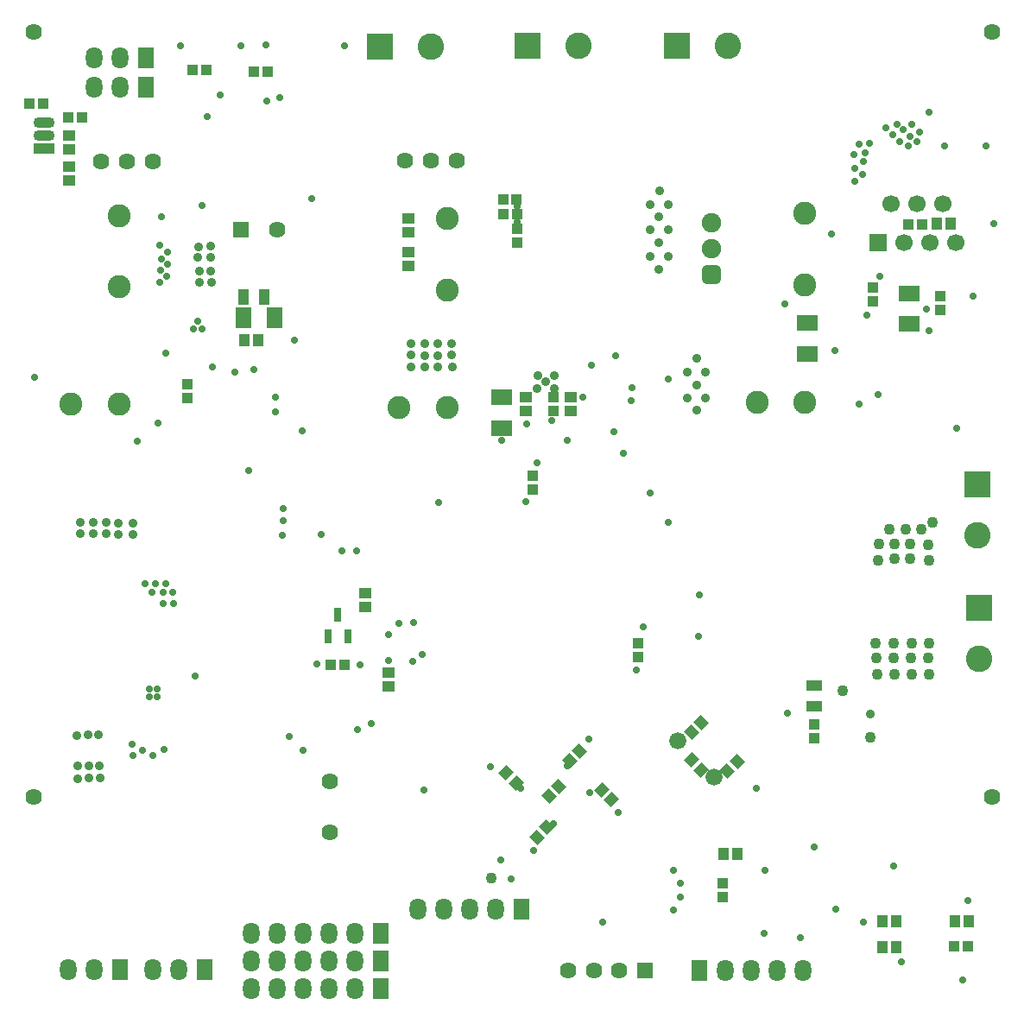
<source format=gbs>
G04*
G04 #@! TF.GenerationSoftware,Altium Limited,Altium Designer,20.0.2 (26)*
G04*
G04 Layer_Color=16711935*
%FSLAX25Y25*%
%MOIN*%
G70*
G01*
G75*
%ADD23R,0.04528X0.03937*%
%ADD24R,0.03937X0.04528*%
%ADD52R,0.04331X0.03937*%
%ADD53R,0.03937X0.04331*%
%ADD55R,0.06299X0.07874*%
%ADD58R,0.06194X0.04394*%
%ADD61C,0.06594*%
%ADD62C,0.02756*%
%ADD63R,0.06693X0.06693*%
%ADD64C,0.06693*%
%ADD65R,0.06394X0.08394*%
%ADD66O,0.06394X0.08394*%
%ADD67R,0.06394X0.06394*%
%ADD68C,0.06394*%
%ADD69C,0.08894*%
%ADD70C,0.07480*%
G04:AMPARAMS|DCode=71|XSize=74.8mil|YSize=74.8mil|CornerRadius=19.68mil|HoleSize=0mil|Usage=FLASHONLY|Rotation=90.000|XOffset=0mil|YOffset=0mil|HoleType=Round|Shape=RoundedRectangle|*
%AMROUNDEDRECTD71*
21,1,0.07480,0.03543,0,0,90.0*
21,1,0.03543,0.07480,0,0,90.0*
1,1,0.03937,0.01772,0.01772*
1,1,0.03937,0.01772,-0.01772*
1,1,0.03937,-0.01772,-0.01772*
1,1,0.03937,-0.01772,0.01772*
%
%ADD71ROUNDEDRECTD71*%
%ADD72R,0.08268X0.04331*%
%ADD73O,0.08268X0.04331*%
%ADD74C,0.10236*%
%ADD75R,0.10236X0.10236*%
%ADD76R,0.10236X0.10236*%
%ADD77C,0.04331*%
%ADD78C,0.03543*%
%ADD148R,0.02756X0.05512*%
G04:AMPARAMS|DCode=149|XSize=43.31mil|YSize=39.37mil|CornerRadius=0mil|HoleSize=0mil|Usage=FLASHONLY|Rotation=315.000|XOffset=0mil|YOffset=0mil|HoleType=Round|Shape=Rectangle|*
%AMROTATEDRECTD149*
4,1,4,-0.02923,0.00139,-0.00139,0.02923,0.02923,-0.00139,0.00139,-0.02923,-0.02923,0.00139,0.0*
%
%ADD149ROTATEDRECTD149*%

%ADD150R,0.04394X0.06194*%
G04:AMPARAMS|DCode=151|XSize=45.28mil|YSize=39.37mil|CornerRadius=0mil|HoleSize=0mil|Usage=FLASHONLY|Rotation=225.000|XOffset=0mil|YOffset=0mil|HoleType=Round|Shape=Rectangle|*
%AMROTATEDRECTD151*
4,1,4,0.00209,0.02993,0.02993,0.00209,-0.00209,-0.02993,-0.02993,-0.00209,0.00209,0.02993,0.0*
%
%ADD151ROTATEDRECTD151*%

%ADD152R,0.07874X0.06299*%
G04:AMPARAMS|DCode=153|XSize=43.31mil|YSize=39.37mil|CornerRadius=0mil|HoleSize=0mil|Usage=FLASHONLY|Rotation=45.000|XOffset=0mil|YOffset=0mil|HoleType=Round|Shape=Rectangle|*
%AMROTATEDRECTD153*
4,1,4,-0.00139,-0.02923,-0.02923,-0.00139,0.00139,0.02923,0.02923,0.00139,-0.00139,-0.02923,0.0*
%
%ADD153ROTATEDRECTD153*%

D23*
X144700Y-85043D02*
D03*
Y-90358D02*
D03*
X190237Y-140872D02*
D03*
Y-146187D02*
D03*
X128200Y-216742D02*
D03*
Y-222058D02*
D03*
X137300Y-252658D02*
D03*
Y-247342D02*
D03*
X207337Y-146287D02*
D03*
Y-140972D02*
D03*
X144700Y-71943D02*
D03*
Y-77258D02*
D03*
X13800Y-57358D02*
D03*
Y-52043D02*
D03*
Y-45257D02*
D03*
Y-39942D02*
D03*
D24*
X81542Y-118800D02*
D03*
X86857D02*
D03*
X354215Y-73800D02*
D03*
X348900D02*
D03*
X271957Y-317100D02*
D03*
X266642D02*
D03*
X333123Y-353400D02*
D03*
X327808D02*
D03*
X333258Y-343400D02*
D03*
X327942D02*
D03*
X361057D02*
D03*
X355743D02*
D03*
D52*
X301468Y-272699D02*
D03*
Y-267385D02*
D03*
X186800Y-81257D02*
D03*
Y-75942D02*
D03*
X200737Y-141072D02*
D03*
Y-146387D02*
D03*
X266000Y-328542D02*
D03*
Y-333857D02*
D03*
X59500Y-135774D02*
D03*
Y-141089D02*
D03*
X192900Y-171142D02*
D03*
Y-176458D02*
D03*
X324200Y-98453D02*
D03*
Y-103769D02*
D03*
X350100Y-107158D02*
D03*
Y-101842D02*
D03*
X233500Y-236042D02*
D03*
Y-241357D02*
D03*
D53*
X181342Y-70200D02*
D03*
X186658D02*
D03*
X181328Y-64600D02*
D03*
X186643D02*
D03*
X343158Y-74100D02*
D03*
X337842D02*
D03*
X355643Y-352800D02*
D03*
X360958D02*
D03*
X3858Y-27600D02*
D03*
X-1457D02*
D03*
X13643Y-33000D02*
D03*
X18958D02*
D03*
X61642Y-14700D02*
D03*
X66957D02*
D03*
X85043Y-15100D02*
D03*
X90358D02*
D03*
X120057Y-244100D02*
D03*
X114743D02*
D03*
D55*
X93006Y-110200D02*
D03*
X81195D02*
D03*
D58*
X301468Y-260385D02*
D03*
Y-252385D02*
D03*
D61*
X248758Y-273458D02*
D03*
X262900Y-287600D02*
D03*
D62*
X47772Y-256720D02*
D03*
Y-253720D02*
D03*
X44772D02*
D03*
Y-256720D02*
D03*
X282300Y-347800D02*
D03*
X296000Y-349700D02*
D03*
X256900Y-233400D02*
D03*
X235600Y-229700D02*
D03*
X257100Y-217400D02*
D03*
X279200Y-291800D02*
D03*
X301500Y-314700D02*
D03*
X188300Y-291900D02*
D03*
X200800Y-305600D02*
D03*
X206276Y-283129D02*
D03*
X245200Y-133800D02*
D03*
Y-189100D02*
D03*
X238300Y-178000D02*
D03*
X214800Y-293600D02*
D03*
X193300Y-315800D02*
D03*
X48100Y-151000D02*
D03*
X291300Y-262900D02*
D03*
X249800Y-328600D02*
D03*
Y-333900D02*
D03*
X282400Y-323600D02*
D03*
X176621Y-283621D02*
D03*
X225700Y-301400D02*
D03*
X309800Y-338600D02*
D03*
X130600Y-266900D02*
D03*
X358700Y-365800D02*
D03*
X214500Y-272800D02*
D03*
X332200Y-322000D02*
D03*
X335300Y-358800D02*
D03*
X360700Y-335300D02*
D03*
X125300Y-269300D02*
D03*
X184400Y-326900D02*
D03*
X247000Y-323500D02*
D03*
X247200Y-338900D02*
D03*
X180600Y-319600D02*
D03*
X219800Y-343500D02*
D03*
X320600Y-343700D02*
D03*
X150800Y-292500D02*
D03*
X96300Y-194300D02*
D03*
X146900Y-228000D02*
D03*
X137300Y-232500D02*
D03*
Y-242600D02*
D03*
X141100Y-228100D02*
D03*
X146500Y-242800D02*
D03*
X150200Y-240100D02*
D03*
X124900Y-200300D02*
D03*
X96400Y-184000D02*
D03*
X119200Y-200100D02*
D03*
X96400Y-188500D02*
D03*
X111300Y-194000D02*
D03*
X98700Y-271900D02*
D03*
X104300Y-277400D02*
D03*
X232900Y-246200D02*
D03*
X126000Y-244100D02*
D03*
X109400Y-243800D02*
D03*
X318700Y-143600D02*
D03*
X107600Y-64100D02*
D03*
X65200Y-66900D02*
D03*
X362700Y-101900D02*
D03*
X51100Y-124000D02*
D03*
X13800Y-39800D02*
D03*
X333500Y-35600D02*
D03*
X335800Y-37700D02*
D03*
X338500Y-40200D02*
D03*
X329300Y-36900D02*
D03*
X331800Y-39500D02*
D03*
X339200Y-35600D02*
D03*
X342000Y-38600D02*
D03*
X341300Y-42400D02*
D03*
X337700Y-43900D02*
D03*
X334400Y-42100D02*
D03*
X89700Y-5000D02*
D03*
X120100Y-5200D02*
D03*
X90000Y-26500D02*
D03*
X600Y-133300D02*
D03*
X95000Y-25100D02*
D03*
X80000Y-5300D02*
D03*
X72100Y-24100D02*
D03*
X56700Y-5100D02*
D03*
X67000Y-32700D02*
D03*
X230700Y-142400D02*
D03*
X230996Y-137125D02*
D03*
X227700Y-162500D02*
D03*
X326300Y-140000D02*
D03*
X356500Y-152800D02*
D03*
X321200Y-46600D02*
D03*
X322900Y-43000D02*
D03*
X318800Y-43400D02*
D03*
X316900Y-47300D02*
D03*
X320597Y-49891D02*
D03*
X317000Y-52500D02*
D03*
X320000Y-54900D02*
D03*
X317300Y-57600D02*
D03*
X54100Y-220700D02*
D03*
X50100Y-220600D02*
D03*
X53800Y-216200D02*
D03*
X50000Y-216400D02*
D03*
X45800D02*
D03*
X51000Y-212800D02*
D03*
X47000D02*
D03*
X43300Y-212900D02*
D03*
X50400Y-276800D02*
D03*
X46000Y-279300D02*
D03*
X42200Y-277100D02*
D03*
X38500Y-279400D02*
D03*
X38300Y-274900D02*
D03*
X290200Y-104900D02*
D03*
X156500Y-181700D02*
D03*
X103900Y-153900D02*
D03*
X345800Y-31000D02*
D03*
X344700Y-106800D02*
D03*
X345900Y-115200D02*
D03*
X308000Y-78000D02*
D03*
X370775Y-73925D02*
D03*
X309400Y-123000D02*
D03*
X298900Y-112294D02*
D03*
X351900Y-43800D02*
D03*
X367900D02*
D03*
X321900Y-109300D02*
D03*
X326800Y-94300D02*
D03*
X215500Y-128700D02*
D03*
X224900Y-125000D02*
D03*
X224300Y-154400D02*
D03*
X206100Y-157500D02*
D03*
X186721Y-67247D02*
D03*
Y-73153D02*
D03*
X190200Y-181100D02*
D03*
X194600Y-166100D02*
D03*
X190400Y-151200D02*
D03*
X212000Y-140900D02*
D03*
X200200Y-150000D02*
D03*
X180900Y-157500D02*
D03*
X62500Y-248600D02*
D03*
X49500Y-71300D02*
D03*
X51900Y-89700D02*
D03*
X49100Y-91800D02*
D03*
X48700Y-96700D02*
D03*
X51376Y-94300D02*
D03*
X49400Y-87600D02*
D03*
X51876Y-84800D02*
D03*
X48900Y-82200D02*
D03*
X77700Y-131100D02*
D03*
X85100Y-130300D02*
D03*
X93500Y-140800D02*
D03*
X93396Y-146675D02*
D03*
X83000Y-169300D02*
D03*
X40000Y-157800D02*
D03*
X69200Y-129100D02*
D03*
X63400Y-111600D02*
D03*
X65200Y-114700D02*
D03*
X61800Y-114600D02*
D03*
X100700Y-118800D02*
D03*
X80966Y-102300D02*
D03*
X89234Y-102300D02*
D03*
D63*
X326267Y-81124D02*
D03*
D64*
X331266Y-66124D02*
D03*
X336266Y-81124D02*
D03*
X341266Y-66124D02*
D03*
X346267Y-81124D02*
D03*
X351267Y-66124D02*
D03*
X356266Y-81124D02*
D03*
D65*
X43600Y-21400D02*
D03*
X43600Y-9900D02*
D03*
X257100Y-362200D02*
D03*
X188500Y-338600D02*
D03*
X134100Y-347900D02*
D03*
X134000Y-358600D02*
D03*
X134027Y-369300D02*
D03*
X66300Y-362000D02*
D03*
X33500Y-362000D02*
D03*
D66*
X33600Y-21400D02*
D03*
X23600D02*
D03*
X33600Y-9900D02*
D03*
X23600D02*
D03*
X297100Y-362200D02*
D03*
X287100D02*
D03*
X277100D02*
D03*
X267100D02*
D03*
X148500Y-338600D02*
D03*
X158500D02*
D03*
X168500D02*
D03*
X178500D02*
D03*
X124100Y-347900D02*
D03*
X114100D02*
D03*
X104100D02*
D03*
X94100D02*
D03*
X84100D02*
D03*
X124000Y-358600D02*
D03*
X114000D02*
D03*
X104000D02*
D03*
X94000D02*
D03*
X84000D02*
D03*
X124027Y-369300D02*
D03*
X114027D02*
D03*
X104027D02*
D03*
X94027D02*
D03*
X84027D02*
D03*
X46300Y-362000D02*
D03*
X56300D02*
D03*
X13500Y-362000D02*
D03*
X23500D02*
D03*
D67*
X236164Y-362300D02*
D03*
X80210Y-76301D02*
D03*
D68*
X226321Y-362300D02*
D03*
X216479D02*
D03*
X206636D02*
D03*
X114357Y-289258D02*
D03*
Y-308943D02*
D03*
X26100Y-49800D02*
D03*
X36100D02*
D03*
X46100D02*
D03*
X143600Y-49600D02*
D03*
X153600D02*
D03*
X163600D02*
D03*
X93989Y-76301D02*
D03*
X370079Y-295276D02*
D03*
X-0D02*
D03*
X370079Y0D02*
D03*
X-0D02*
D03*
D69*
X279348Y-142917D02*
D03*
X297852Y-70083D02*
D03*
Y-97642D02*
D03*
Y-142917D02*
D03*
X159800Y-144876D02*
D03*
Y-99600D02*
D03*
Y-72041D02*
D03*
X141296Y-144876D02*
D03*
X14548Y-143617D02*
D03*
X33052Y-70783D02*
D03*
Y-98342D02*
D03*
Y-143617D02*
D03*
D70*
X261700Y-73600D02*
D03*
Y-83600D02*
D03*
D71*
X261700Y-93600D02*
D03*
D72*
X4100Y-44900D02*
D03*
D73*
Y-39900D02*
D03*
Y-34900D02*
D03*
D74*
X365000Y-241843D02*
D03*
X364500Y-194343D02*
D03*
X268085Y-5100D02*
D03*
X210643Y-5300D02*
D03*
X153542Y-5500D02*
D03*
D75*
X365000Y-222158D02*
D03*
X364500Y-174657D02*
D03*
D76*
X248400Y-5100D02*
D03*
X190957Y-5300D02*
D03*
X133858Y-5500D02*
D03*
D77*
X176700Y-326600D02*
D03*
X347300Y-189100D02*
D03*
X345700Y-247800D02*
D03*
X345600Y-241500D02*
D03*
X345900Y-235800D02*
D03*
X325300D02*
D03*
X325600Y-241500D02*
D03*
X325900Y-247800D02*
D03*
X336700Y-192000D02*
D03*
X345700Y-203900D02*
D03*
X345500Y-197800D02*
D03*
X326400Y-197700D02*
D03*
X326100Y-203900D02*
D03*
X342700Y-191900D02*
D03*
X330500Y-192000D02*
D03*
X338600Y-197500D02*
D03*
X332600Y-197700D02*
D03*
X338600Y-203400D02*
D03*
X332500Y-203300D02*
D03*
X339100Y-247800D02*
D03*
X332500D02*
D03*
X338933Y-241500D02*
D03*
X332267D02*
D03*
X339033Y-235800D02*
D03*
X332167D02*
D03*
X323200Y-272200D02*
D03*
X312400Y-254200D02*
D03*
D78*
X197937Y-135029D02*
D03*
X201000Y-137700D02*
D03*
X194600Y-137600D02*
D03*
X201000Y-132500D02*
D03*
X194700D02*
D03*
X63900Y-82800D02*
D03*
X63600Y-86800D02*
D03*
X323300Y-263200D02*
D03*
X256000Y-146000D02*
D03*
X259400Y-141200D02*
D03*
X252600D02*
D03*
X259400Y-131300D02*
D03*
X252600D02*
D03*
X256100Y-126000D02*
D03*
X256000Y-136100D02*
D03*
X241600Y-71300D02*
D03*
X241700Y-61200D02*
D03*
X238200Y-66500D02*
D03*
X245000D02*
D03*
X238200Y-76400D02*
D03*
X245000D02*
D03*
X241600Y-81200D02*
D03*
Y-91500D02*
D03*
X245000Y-86700D02*
D03*
X238200D02*
D03*
X16900Y-271500D02*
D03*
X21200Y-271300D02*
D03*
X25300D02*
D03*
X17100Y-283300D02*
D03*
X21400Y-283100D02*
D03*
X25500D02*
D03*
X25700Y-287900D02*
D03*
X21600D02*
D03*
X17300Y-288100D02*
D03*
X161500Y-120100D02*
D03*
X161600Y-124700D02*
D03*
X161700Y-129100D02*
D03*
X156100Y-120200D02*
D03*
X156200Y-124800D02*
D03*
X156300Y-129200D02*
D03*
X151100Y-120200D02*
D03*
X151200Y-124800D02*
D03*
X151300Y-129200D02*
D03*
X145900Y-129100D02*
D03*
X145800Y-124700D02*
D03*
X145700Y-120100D02*
D03*
X64100Y-96700D02*
D03*
X68700Y-96600D02*
D03*
X64000Y-92300D02*
D03*
X68600Y-92200D02*
D03*
Y-86900D02*
D03*
X68500Y-82600D02*
D03*
X38400Y-193800D02*
D03*
Y-189500D02*
D03*
X32900Y-193800D02*
D03*
Y-189500D02*
D03*
X28000Y-193700D02*
D03*
Y-189400D02*
D03*
X23000Y-193700D02*
D03*
Y-189400D02*
D03*
X18000Y-189300D02*
D03*
Y-193600D02*
D03*
D148*
X121340Y-233268D02*
D03*
X113860D02*
D03*
X117600Y-225000D02*
D03*
D149*
X254221Y-270379D02*
D03*
X257979Y-266621D02*
D03*
X267921Y-285279D02*
D03*
X271679Y-281521D02*
D03*
X199021Y-294979D02*
D03*
X202779Y-291221D02*
D03*
X210779Y-277621D02*
D03*
X207021Y-281379D02*
D03*
X194542Y-310758D02*
D03*
X198300Y-307000D02*
D03*
D150*
X89100Y-102300D02*
D03*
X81100D02*
D03*
D151*
X257979Y-284779D02*
D03*
X254221Y-281021D02*
D03*
D152*
X180900Y-140995D02*
D03*
Y-152805D02*
D03*
X298900Y-124106D02*
D03*
Y-112294D02*
D03*
X338300Y-100894D02*
D03*
Y-112706D02*
D03*
D153*
X182642Y-286042D02*
D03*
X186400Y-289800D02*
D03*
X223279Y-296279D02*
D03*
X219521Y-292521D02*
D03*
M02*

</source>
